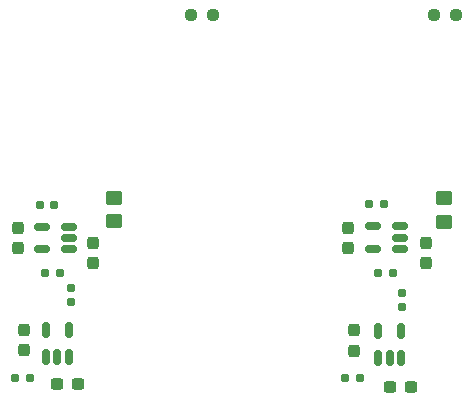
<source format=gtp>
G04 #@! TF.GenerationSoftware,KiCad,Pcbnew,7.0.7*
G04 #@! TF.CreationDate,2023-10-29T13:55:44+00:00*
G04 #@! TF.ProjectId,AD3 Front End Amplifier,41443320-4672-46f6-9e74-20456e642041,rev?*
G04 #@! TF.SameCoordinates,Original*
G04 #@! TF.FileFunction,Paste,Top*
G04 #@! TF.FilePolarity,Positive*
%FSLAX46Y46*%
G04 Gerber Fmt 4.6, Leading zero omitted, Abs format (unit mm)*
G04 Created by KiCad (PCBNEW 7.0.7) date 2023-10-29 13:55:44*
%MOMM*%
%LPD*%
G01*
G04 APERTURE LIST*
G04 Aperture macros list*
%AMRoundRect*
0 Rectangle with rounded corners*
0 $1 Rounding radius*
0 $2 $3 $4 $5 $6 $7 $8 $9 X,Y pos of 4 corners*
0 Add a 4 corners polygon primitive as box body*
4,1,4,$2,$3,$4,$5,$6,$7,$8,$9,$2,$3,0*
0 Add four circle primitives for the rounded corners*
1,1,$1+$1,$2,$3*
1,1,$1+$1,$4,$5*
1,1,$1+$1,$6,$7*
1,1,$1+$1,$8,$9*
0 Add four rect primitives between the rounded corners*
20,1,$1+$1,$2,$3,$4,$5,0*
20,1,$1+$1,$4,$5,$6,$7,0*
20,1,$1+$1,$6,$7,$8,$9,0*
20,1,$1+$1,$8,$9,$2,$3,0*%
G04 Aperture macros list end*
%ADD10RoundRect,0.150000X0.150000X-0.512500X0.150000X0.512500X-0.150000X0.512500X-0.150000X-0.512500X0*%
%ADD11RoundRect,0.150000X0.512500X0.150000X-0.512500X0.150000X-0.512500X-0.150000X0.512500X-0.150000X0*%
%ADD12RoundRect,0.237500X-0.250000X-0.237500X0.250000X-0.237500X0.250000X0.237500X-0.250000X0.237500X0*%
%ADD13RoundRect,0.237500X0.250000X0.237500X-0.250000X0.237500X-0.250000X-0.237500X0.250000X-0.237500X0*%
%ADD14RoundRect,0.160000X0.197500X0.160000X-0.197500X0.160000X-0.197500X-0.160000X0.197500X-0.160000X0*%
%ADD15RoundRect,0.160000X0.160000X-0.197500X0.160000X0.197500X-0.160000X0.197500X-0.160000X-0.197500X0*%
%ADD16RoundRect,0.160000X-0.197500X-0.160000X0.197500X-0.160000X0.197500X0.160000X-0.197500X0.160000X0*%
%ADD17RoundRect,0.250000X-0.450000X0.350000X-0.450000X-0.350000X0.450000X-0.350000X0.450000X0.350000X0*%
%ADD18RoundRect,0.237500X-0.237500X0.300000X-0.237500X-0.300000X0.237500X-0.300000X0.237500X0.300000X0*%
%ADD19RoundRect,0.237500X-0.300000X-0.237500X0.300000X-0.237500X0.300000X0.237500X-0.300000X0.237500X0*%
%ADD20RoundRect,0.237500X0.237500X-0.300000X0.237500X0.300000X-0.237500X0.300000X-0.237500X-0.300000X0*%
G04 APERTURE END LIST*
D10*
X130368000Y-145917500D03*
X131318000Y-145917500D03*
X132268000Y-145917500D03*
X132268000Y-143642500D03*
X130368000Y-143642500D03*
X102240000Y-145785000D03*
X103190000Y-145785000D03*
X104140000Y-145785000D03*
X104140000Y-143510000D03*
X102240000Y-143510000D03*
D11*
X129926500Y-136652000D03*
X129926500Y-134752000D03*
X132201500Y-134752000D03*
X132201500Y-135702000D03*
X132201500Y-136652000D03*
X101865000Y-136675500D03*
X101865000Y-134775500D03*
X104140000Y-134775500D03*
X104140000Y-135725500D03*
X104140000Y-136675500D03*
D12*
X114507000Y-116840000D03*
X116332000Y-116840000D03*
D13*
X135081000Y-116840000D03*
X136906000Y-116840000D03*
D14*
X128778000Y-147574000D03*
X127583000Y-147574000D03*
X100838000Y-147574000D03*
X99643000Y-147574000D03*
D15*
X132334000Y-140372500D03*
X132334000Y-141567500D03*
D14*
X130377000Y-138684000D03*
X131572000Y-138684000D03*
D15*
X104304500Y-141149000D03*
X104304500Y-139954000D03*
D14*
X103378000Y-138684000D03*
X102183000Y-138684000D03*
D16*
X130810000Y-132842000D03*
X129615000Y-132842000D03*
X102927500Y-132931500D03*
X101732500Y-132931500D03*
D17*
X135890000Y-134366000D03*
X135890000Y-132366000D03*
X107950000Y-134334000D03*
X107950000Y-132334000D03*
D18*
X128270000Y-143563000D03*
X128270000Y-145288000D03*
X100330000Y-143510000D03*
X100330000Y-145235000D03*
D19*
X131371000Y-148336000D03*
X133096000Y-148336000D03*
X103174800Y-148082000D03*
X104899800Y-148082000D03*
D20*
X127762000Y-134874000D03*
X127762000Y-136599000D03*
X99822000Y-136599000D03*
X99822000Y-134874000D03*
D18*
X134366000Y-136144000D03*
X134366000Y-137869000D03*
X106172000Y-136144000D03*
X106172000Y-137869000D03*
M02*

</source>
